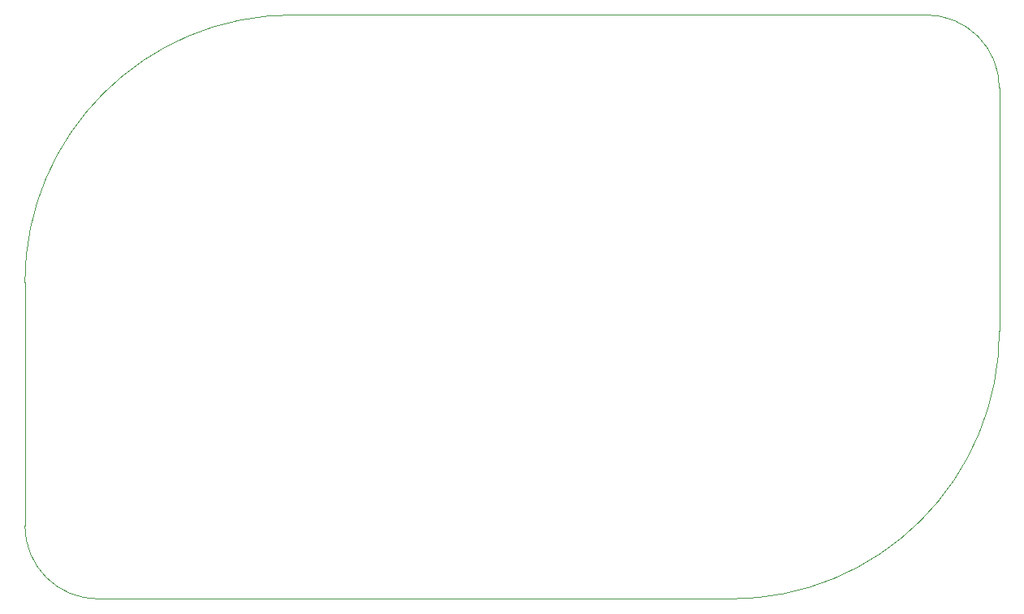
<source format=gko>
G04 #@! TF.GenerationSoftware,KiCad,Pcbnew,(5.1.6-0-10_14)*
G04 #@! TF.CreationDate,2020-11-05T10:16:14+09:00*
G04 #@! TF.ProjectId,chua,63687561-2e6b-4696-9361-645f70636258,rev?*
G04 #@! TF.SameCoordinates,Original*
G04 #@! TF.FileFunction,Profile,NP*
%FSLAX46Y46*%
G04 Gerber Fmt 4.6, Leading zero omitted, Abs format (unit mm)*
G04 Created by KiCad (PCBNEW (5.1.6-0-10_14)) date 2020-11-05 10:16:14*
%MOMM*%
%LPD*%
G01*
G04 APERTURE LIST*
G04 #@! TA.AperFunction,Profile*
%ADD10C,0.100000*%
G04 #@! TD*
G04 APERTURE END LIST*
D10*
X132080000Y-91440000D02*
G75*
G02*
X124460000Y-83820000I0J7620000D01*
G01*
X124460000Y-58420000D02*
X124460000Y-83820000D01*
X198120000Y-91440000D02*
X132080000Y-91440000D01*
X226060000Y-38100000D02*
X226060000Y-63500000D01*
X152400000Y-30480000D02*
X218440000Y-30480000D01*
X218440000Y-30480000D02*
G75*
G02*
X226060000Y-38100000I0J-7620000D01*
G01*
X226060000Y-63500000D02*
G75*
G02*
X198120000Y-91440000I-27940000J0D01*
G01*
X124460000Y-58420000D02*
G75*
G02*
X152400000Y-30480000I27940000J0D01*
G01*
M02*

</source>
